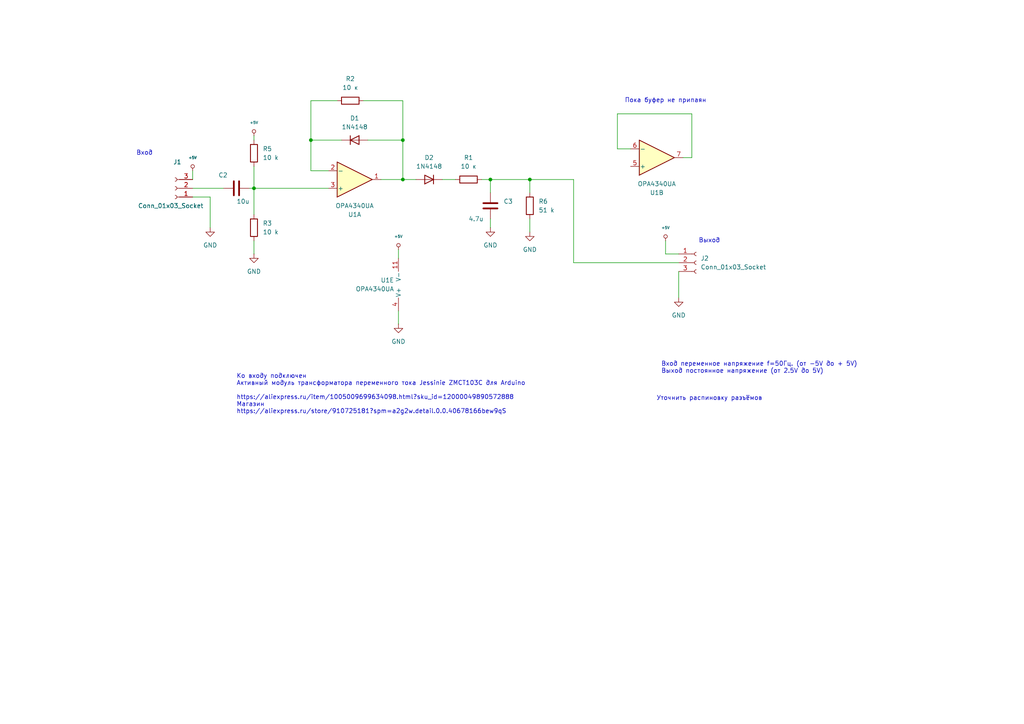
<source format=kicad_sch>
(kicad_sch (version 20231120) (generator "eeschema") (generator_version "8.0")
  (paper "A4")
  (lib_symbols
    (symbol "Amplifier_Operational:OPA4340UA" (pin_names (offset 0.127))
      (property "Reference" "U" (at 0 5.08 0))
      (property "Value" "OPA4340UA" (at 0 -5.08 0))
      (symbol "OPA4340UA_1_1"
        (polyline (pts (xy -5.08 5.08) (xy 5.08 0) (xy -5.08 -5.08) (xy -5.08 5.08)) (stroke (width 0.254)) (fill (type background)))
        (pin output line (at 7.62 0 180) (length 2.54) (name "~") (number "1"))
        (pin input line (at -7.62 -2.54 0) (length 2.54) (name "-") (number "2"))
        (pin input line (at -7.62 2.54 0) (length 2.54) (name "+") (number "3"))
      )
      (symbol "OPA4340UA_2_1"
        (polyline (pts (xy -5.08 5.08) (xy 5.08 0) (xy -5.08 -5.08) (xy -5.08 5.08)) (stroke (width 0.254)) (fill (type background)))
        (pin input line (at -7.62 2.54 0) (length 2.54) (name "+") (number "5"))
        (pin input line (at -7.62 -2.54 0) (length 2.54) (name "-") (number "6"))
        (pin output line (at 7.62 0 180) (length 2.54) (name "~") (number "7"))
      )
      (symbol "OPA4340UA_3_1"
        (polyline (pts (xy -5.08 5.08) (xy 5.08 0) (xy -5.08 -5.08) (xy -5.08 5.08)) (stroke (width 0.254)) (fill (type background)))
        (pin input line (at -7.62 2.54 0) (length 2.54) (name "+") (number "10"))
        (pin output line (at 7.62 0 180) (length 2.54) (name "~") (number "8"))
        (pin input line (at -7.62 -2.54 0) (length 2.54) (name "-") (number "9"))
      )
      (symbol "OPA4340UA_4_1"
        (polyline (pts (xy -5.08 5.08) (xy 5.08 0) (xy -5.08 -5.08) (xy -5.08 5.08)) (stroke (width 0.254)) (fill (type background)))
        (pin input line (at -7.62 2.54 0) (length 2.54) (name "+") (number "12"))
        (pin input line (at -7.62 -2.54 0) (length 2.54) (name "-") (number "13"))
        (pin output line (at 7.62 0 180) (length 2.54) (name "~") (number "14"))
      )
      (symbol "OPA4340UA_5_1"
        (pin power_in line (at -2.54 -7.62 90) (length 3.81) (name "V-") (number "11"))
        (pin power_in line (at -2.54 7.62 270) (length 3.81) (name "V+") (number "4"))
      )
    )
    (symbol "Bpi_v3_Lib:VCC" (power) (pin_names (offset 0))
      (property "Value" "VCC" (at 0 2.54 0))
      (symbol "VCC_0_0"
        (pin power_in line (at 0 0 90) (length 0) hide (name "VCC") (number "1"))
      )
      (symbol "VCC_0_1"
        (polyline (pts (xy 0 0) (xy 0 0.762) (xy 0 0.762)))
        (circle (center 0 1.27) (radius 0.508))
      )
    )
    (symbol "Connector:Conn_01x03_Socket" (pin_names (offset 1.016) hide)
      (property "Reference" "J" (at 0 5.08 0))
      (property "Value" "Conn_01x03_Socket" (at 0 -5.08 0))
      (symbol "Conn_01x03_Socket_1_1"
        (arc (start 0 -2.032) (mid -0.5058 -2.54) (end 0 -3.048) (stroke (width 0.1524)))
        (polyline (pts (xy -1.27 -2.54) (xy -0.508 -2.54)) (stroke (width 0.1524)))
        (polyline (pts (xy -1.27 0) (xy -0.508 0)) (stroke (width 0.1524)))
        (polyline (pts (xy -1.27 2.54) (xy -0.508 2.54)) (stroke (width 0.1524)))
        (arc (start 0 0.508) (mid -0.5058 0) (end 0 -0.508) (stroke (width 0.1524)))
        (arc (start 0 3.048) (mid -0.5058 2.54) (end 0 2.032) (stroke (width 0.1524)))
        (pin passive line (at -5.08 2.54 0) (length 3.81) (name "Pin_1") (number "1"))
        (pin passive line (at -5.08 0 0) (length 3.81) (name "Pin_2") (number "2"))
        (pin passive line (at -5.08 -2.54 0) (length 3.81) (name "Pin_3") (number "3"))
      )
    )
    (symbol "Device:C" (pin_numbers hide) (pin_names (offset 0.254))
      (property "Reference" "C" (at 0.635 2.54 0))
      (property "Value" "C" (at 0.635 -2.54 0))
      (symbol "C_0_1"
        (polyline (pts (xy -2.032 -0.762) (xy 2.032 -0.762)) (stroke (width 0.508)))
        (polyline (pts (xy -2.032 0.762) (xy 2.032 0.762)) (stroke (width 0.508)))
      )
      (symbol "C_1_1"
        (pin passive line (at 0 3.81 270) (length 2.794) (name "~") (number "1"))
        (pin passive line (at 0 -3.81 90) (length 2.794) (name "~") (number "2"))
      )
    )
    (symbol "Device:R" (pin_numbers hide) (pin_names (offset 0))
      (property "Reference" "R" (at 2.032 0 90))
      (property "Value" "R" (at 0 0 90))
      (symbol "R_0_1"
        (rectangle (start -1.016 -2.54) (end 1.016 2.54) (stroke (width 0.254)))
      )
      (symbol "R_1_1"
        (pin passive line (at 0 3.81 270) (length 1.27) (name "~") (number "1"))
        (pin passive line (at 0 -3.81 90) (length 1.27) (name "~") (number "2"))
      )
    )
    (symbol "Diode:1N4148" (pin_numbers hide) (pin_names hide)
      (property "Reference" "D" (at 0 2.54 0))
      (property "Value" "1N4148" (at 0 -2.54 0))
      (symbol "1N4148_0_1"
        (polyline (pts (xy -1.27 1.27) (xy -1.27 -1.27)) (stroke (width 0.254)))
        (polyline (pts (xy 1.27 0) (xy -1.27 0)))
        (polyline (pts (xy 1.27 1.27) (xy 1.27 -1.27) (xy -1.27 0) (xy 1.27 1.27)) (stroke (width 0.254)))
      )
      (symbol "1N4148_1_1"
        (pin passive line (at -3.81 0 0) (length 2.54) (name "K") (number "1"))
        (pin passive line (at 3.81 0 180) (length 2.54) (name "A") (number "2"))
      )
    )
    (symbol "power:GND" (power) (pin_numbers hide) (pin_names (offset 0) hide)
      (property "Value" "GND" (at 0 -3.81 0))
      (symbol "GND_0_1"
        (polyline (pts (xy 0 0) (xy 0 -1.27) (xy 1.27 -1.27) (xy 0 -2.54) (xy -1.27 -1.27) (xy 0 -1.27)))
      )
      (symbol "GND_1_1"
        (pin power_in line (at 0 0 270) (length 0) (name "~") (number "1"))
      )
    )
  )
  (junction (at 142.24 52.07))
  (junction (at 90.17 40.64))
  (junction (at 116.84 52.07))
  (junction (at 153.67 52.07))
  (junction (at 73.66 54.61))
  (junction (at 116.84 40.64))
  (wire (pts (xy 196.85 76.2) (xy 166.37 76.2)))
  (wire (pts (xy 60.96 66.04) (xy 60.96 57.15)))
  (wire (pts (xy 90.17 40.64) (xy 90.17 49.53)))
  (wire (pts (xy 60.96 57.15) (xy 55.88 57.15)))
  (wire (pts (xy 179.07 43.18) (xy 179.07 33.02)))
  (wire (pts (xy 105.41 29.21) (xy 116.84 29.21)))
  (wire (pts (xy 196.85 86.36) (xy 196.85 78.74)))
  (wire (pts (xy 90.17 40.64) (xy 99.06 40.64)))
  (wire (pts (xy 90.17 49.53) (xy 95.25 49.53)))
  (wire (pts (xy 73.66 54.61) (xy 95.25 54.61)))
  (wire (pts (xy 72.39 54.61) (xy 73.66 54.61)))
  (wire (pts (xy 55.88 49.53) (xy 55.88 52.07)))
  (wire (pts (xy 115.57 72.39) (xy 115.57 74.93)))
  (wire (pts (xy 200.66 33.02) (xy 200.66 45.72)))
  (wire (pts (xy 196.85 73.66) (xy 193.04 73.66)))
  (wire (pts (xy 179.07 33.02) (xy 200.66 33.02)))
  (wire (pts (xy 55.88 54.61) (xy 64.77 54.61)))
  (wire (pts (xy 116.84 40.64) (xy 116.84 52.07)))
  (wire (pts (xy 166.37 76.2) (xy 166.37 52.07)))
  (wire (pts (xy 110.49 52.07) (xy 116.84 52.07)))
  (wire (pts (xy 90.17 29.21) (xy 90.17 40.64)))
  (wire (pts (xy 142.24 52.07) (xy 139.7 52.07)))
  (wire (pts (xy 193.04 73.66) (xy 193.04 69.85)))
  (wire (pts (xy 153.67 52.07) (xy 166.37 52.07)))
  (wire (pts (xy 153.67 67.31) (xy 153.67 63.5)))
  (wire (pts (xy 73.66 73.66) (xy 73.66 69.85)))
  (wire (pts (xy 128.27 52.07) (xy 132.08 52.07)))
  (wire (pts (xy 116.84 52.07) (xy 120.65 52.07)))
  (wire (pts (xy 142.24 66.04) (xy 142.24 63.5)))
  (wire (pts (xy 182.88 43.18) (xy 179.07 43.18)))
  (wire (pts (xy 142.24 52.07) (xy 153.67 52.07)))
  (wire (pts (xy 200.66 45.72) (xy 198.12 45.72)))
  (wire (pts (xy 73.66 39.37) (xy 73.66 40.64)))
  (wire (pts (xy 142.24 55.88) (xy 142.24 52.07)))
  (wire (pts (xy 106.68 40.64) (xy 116.84 40.64)))
  (wire (pts (xy 115.57 93.98) (xy 115.57 90.17)))
  (wire (pts (xy 116.84 29.21) (xy 116.84 40.64)))
  (wire (pts (xy 73.66 54.61) (xy 73.66 62.23)))
  (wire (pts (xy 153.67 55.88) (xy 153.67 52.07)))
  (wire (pts (xy 97.79 29.21) (xy 90.17 29.21)))
  (wire (pts (xy 73.66 54.61) (xy 73.66 48.26)))
  (text "Пока буфер не припаян" (at 193.04 29.21 0) (effects (font (size 1.27 1.27))))
  (text "Вход" (at 41.91 44.45 0) (effects (font (size 1.27 1.27))))
  (text "Вход переменное напряжение f=50Гц. (от -5V до + 5V)\nВыход постоянное напряжение (от 2.5V до 5V)" (at 191.77 106.68 0) (effects (font (size 1.27 1.27)) (justify left)))
  (text "Выход" (at 205.74 69.85 0) (effects (font (size 1.27 1.27))))
  (text "Уточнить распиновку разъёмов" (at 205.74 115.57 0) (effects (font (size 1.27 1.27))))
  (text "Ко входу подключен \nАктивный модуль трансформатора переменного тока Jessinie ZMCT103C для Arduino\n\nhttps://aliexpress.ru/item/1005009699634098.html?sku_id=12000049890572888\nМагазин \nhttps://aliexpress.ru/store/910725181?spm=a2g2w.detail.0.0.40678166bew9qS" (at 68.58 114.3 0) (effects (font (size 1.27 1.27)) (justify left)))
  (symbol (lib_id "power:GND") (at 153.67 67.31 0) (unit 1)
    (property "Reference" "#PWR13" (effects (hide yes)))
    (property "Value" "GND" (at 153.67 72.39 0))
    (property "Description" "Power symbol creates a global label with name \"GND\" , ground" (effects (hide yes)))
  )
  (symbol (lib_id "Connector:Conn_01x03_Socket") (at 201.93 76.2 0) (unit 1)
    (property "Reference" "J2" (at 203.2 74.9299 0) (effects (justify left)))
    (property "Value" "Conn_01x03_Socket" (at 203.2 77.4699 0) (effects (justify left)))
    (property "Description" "Generic connector, single row, 01x03, script generated" (effects (hide yes)))
  )
  (symbol (lib_id "Amplifier_Operational:OPA4340UA") (at 102.87 52.07 0) (mirror x) (unit 1)
    (property "Reference" "U1" (at 102.87 62.23 0))
    (property "Value" "OPA4340UA" (at 102.87 59.69 0))
    (property "Datasheet" "http://www.ti.com/lit/ds/symlink/opa340.pdf" (effects (hide yes)))
    (property "Description" "Quad Single-Supply, Rail-to-Rail Operational Amplifier, MicroAmplifier Series, SOIC-14" (effects (hide yes)))
  )
  (symbol (lib_id "Bpi_v3_Lib:VCC") (at 55.88 49.53 0) (unit 1)
    (property "Reference" "#PWR10" (effects (hide yes)))
    (property "Value" "+5V" (at 55.88 45.72 0) (effects (font (size 0.762 0.762))))
  )
  (symbol (lib_id "power:GND") (at 115.57 93.98 0) (unit 1)
    (property "Reference" "#PWR2" (effects (hide yes)))
    (property "Value" "GND" (at 115.57 99.06 0))
    (property "Description" "Power symbol creates a global label with name \"GND\" , ground" (effects (hide yes)))
  )
  (symbol (lib_id "Connector:Conn_01x03_Socket") (at 50.8 54.61 180) (unit 1)
    (property "Reference" "J1" (at 51.435 46.99 0))
    (property "Value" "Conn_01x03_Socket" (at 49.53 59.69 0))
    (property "Description" "Generic connector, single row, 01x03, script generated" (effects (hide yes)))
  )
  (symbol (lib_id "Device:R") (at 135.89 52.07 270) (unit 1)
    (property "Reference" "R1" (at 135.89 45.72 90))
    (property "Value" "10 к" (at 135.89 48.26 90))
    (property "Description" "Resistor" (effects (hide yes)))
  )
  (symbol (lib_id "Diode:1N4148") (at 124.46 52.07 180) (unit 1)
    (property "Reference" "D2" (at 124.46 45.72 0))
    (property "Value" "1N4148" (at 124.46 48.26 0))
    (property "Footprint" "Diode_THT:D_DO-35_SOD27_P7.62mm_Horizontal" (effects (hide yes)))
    (property "Datasheet" "https://assets.nexperia.com/documents/data-sheet/1N4148_1N4448.pdf" (effects (hide yes)))
    (property "Description" "100V 0.15A standard switching diode, DO-35" (effects (hide yes)))
    (property "Sim.Device" "D" (effects (hide yes)))
    (property "Sim.Pins" "1=K 2=A" (effects (hide yes)))
  )
  (symbol (lib_id "Diode:1N4148") (at 102.87 40.64 0) (unit 1)
    (property "Reference" "D1" (at 102.87 34.29 0))
    (property "Value" "1N4148" (at 102.87 36.83 0))
    (property "Footprint" "Diode_THT:D_DO-35_SOD27_P7.62mm_Horizontal" (effects (hide yes)))
    (property "Datasheet" "https://assets.nexperia.com/documents/data-sheet/1N4148_1N4448.pdf" (effects (hide yes)))
    (property "Description" "100V 0.15A standard switching diode, DO-35" (effects (hide yes)))
    (property "Sim.Device" "D" (effects (hide yes)))
    (property "Sim.Pins" "1=K 2=A" (effects (hide yes)))
  )
  (symbol (lib_id "Device:R") (at 101.6 29.21 270) (unit 1)
    (property "Reference" "R2" (at 101.6 22.86 90))
    (property "Value" "10 к" (at 101.6 25.4 90))
    (property "Description" "Resistor" (effects (hide yes)))
  )
  (symbol (lib_id "power:GND") (at 196.85 86.36 0) (unit 1)
    (property "Reference" "#PWR6" (effects (hide yes)))
    (property "Value" "GND" (at 196.85 91.44 0))
    (property "Description" "Power symbol creates a global label with name \"GND\" , ground" (effects (hide yes)))
  )
  (symbol (lib_id "Amplifier_Operational:OPA4340UA") (at 118.11 82.55 0) (mirror x) (unit 5)
    (property "Reference" "U1" (at 114.3 81.2799 0) (effects (justify right)))
    (property "Value" "OPA4340UA" (at 114.3 83.8199 0) (effects (justify right)))
    (property "Datasheet" "http://www.ti.com/lit/ds/symlink/opa340.pdf" (effects (hide yes)))
    (property "Description" "Quad Single-Supply, Rail-to-Rail Operational Amplifier, MicroAmplifier Series, SOIC-14" (effects (hide yes)))
  )
  (symbol (lib_id "Device:R") (at 73.66 44.45 0) (unit 1)
    (property "Reference" "R5" (at 76.2 43.1799 0) (effects (justify left)))
    (property "Value" "10 k" (at 76.2 45.7199 0) (effects (justify left)))
    (property "Description" "Resistor" (effects (hide yes)))
  )
  (symbol (lib_id "power:GND") (at 73.66 73.66 0) (unit 1)
    (property "Reference" "#PWR1" (effects (hide yes)))
    (property "Value" "GND" (at 73.66 78.74 0))
    (property "Description" "Power symbol creates a global label with name \"GND\" , ground" (effects (hide yes)))
  )
  (symbol (lib_id "power:GND") (at 142.24 66.04 0) (unit 1)
    (property "Reference" "#PWR12" (effects (hide yes)))
    (property "Value" "GND" (at 142.24 71.12 0))
    (property "Description" "Power symbol creates a global label with name \"GND\" , ground" (effects (hide yes)))
  )
  (symbol (lib_id "Bpi_v3_Lib:VCC") (at 115.57 72.39 0) (unit 1)
    (property "Reference" "#PWR4" (effects (hide yes)))
    (property "Value" "+5V" (at 115.57 68.58 0) (effects (font (size 0.762 0.762))))
  )
  (symbol (lib_id "Device:C") (at 68.58 54.61 90) (unit 1)
    (property "Reference" "C2" (at 66.04 50.8 90) (effects (justify left)))
    (property "Value" "10u" (at 72.39 58.42 90) (effects (justify left)))
    (property "Description" "Unpolarized capacitor" (effects (hide yes)))
  )
  (symbol (lib_id "Device:R") (at 153.67 59.69 0) (unit 1)
    (property "Reference" "R6" (at 156.21 58.4199 0) (effects (justify left)))
    (property "Value" "51 k" (at 156.21 60.9599 0) (effects (justify left)))
    (property "Description" "Resistor" (effects (hide yes)))
  )
  (symbol (lib_id "Bpi_v3_Lib:VCC") (at 193.04 69.85 0) (unit 1)
    (property "Reference" "#PWR3" (effects (hide yes)))
    (property "Value" "+5V" (at 193.04 66.04 0) (effects (font (size 0.762 0.762))))
  )
  (symbol (lib_id "power:GND") (at 60.96 66.04 0) (unit 1)
    (property "Reference" "#PWR9" (effects (hide yes)))
    (property "Value" "GND" (at 60.96 71.12 0))
    (property "Description" "Power symbol creates a global label with name \"GND\" , ground" (effects (hide yes)))
  )
  (symbol (lib_id "Device:R") (at 73.66 66.04 0) (unit 1)
    (property "Reference" "R3" (at 76.2 64.7699 0) (effects (justify left)))
    (property "Value" "10 k" (at 76.2 67.3099 0) (effects (justify left)))
    (property "Description" "Resistor" (effects (hide yes)))
  )
  (symbol (lib_id "Amplifier_Operational:OPA4340UA") (at 190.5 45.72 0) (mirror x) (unit 2)
    (property "Reference" "U1" (at 190.5 55.88 0))
    (property "Value" "OPA4340UA" (at 190.5 53.34 0))
    (property "Datasheet" "http://www.ti.com/lit/ds/symlink/opa340.pdf" (effects (hide yes)))
    (property "Description" "Quad Single-Supply, Rail-to-Rail Operational Amplifier, MicroAmplifier Series, SOIC-14" (effects (hide yes)))
  )
  (symbol (lib_id "Device:C") (at 142.24 59.69 0) (unit 1)
    (property "Reference" "C3" (at 146.05 58.4199 0) (effects (justify left)))
    (property "Value" "4.7u" (at 135.89 63.5 0) (effects (justify left)))
    (property "Description" "Unpolarized capacitor" (effects (hide yes)))
  )
  (symbol (lib_id "Bpi_v3_Lib:VCC") (at 73.66 39.37 0) (unit 1)
    (property "Reference" "#PWR11" (effects (hide yes)))
    (property "Value" "+5V" (at 73.66 35.56 0) (effects (font (size 0.762 0.762))))
  )
)
</source>
